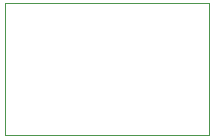
<source format=gbr>
G04 #@! TF.GenerationSoftware,KiCad,Pcbnew,(5.1.7)-1*
G04 #@! TF.CreationDate,2020-12-13T21:56:51-08:00*
G04 #@! TF.ProjectId,hotswap-i2c,686f7473-7761-4702-9d69-32632e6b6963,rev?*
G04 #@! TF.SameCoordinates,Original*
G04 #@! TF.FileFunction,Profile,NP*
%FSLAX46Y46*%
G04 Gerber Fmt 4.6, Leading zero omitted, Abs format (unit mm)*
G04 Created by KiCad (PCBNEW (5.1.7)-1) date 2020-12-13 21:56:51*
%MOMM*%
%LPD*%
G01*
G04 APERTURE LIST*
G04 #@! TA.AperFunction,Profile*
%ADD10C,0.050000*%
G04 #@! TD*
G04 APERTURE END LIST*
D10*
X156650000Y-88220000D02*
X156650000Y-77020000D01*
X139450000Y-88220000D02*
X156650000Y-88220000D01*
X139450000Y-77020000D02*
X139450000Y-88220000D01*
X139450000Y-77020000D02*
X156650000Y-77020000D01*
M02*

</source>
